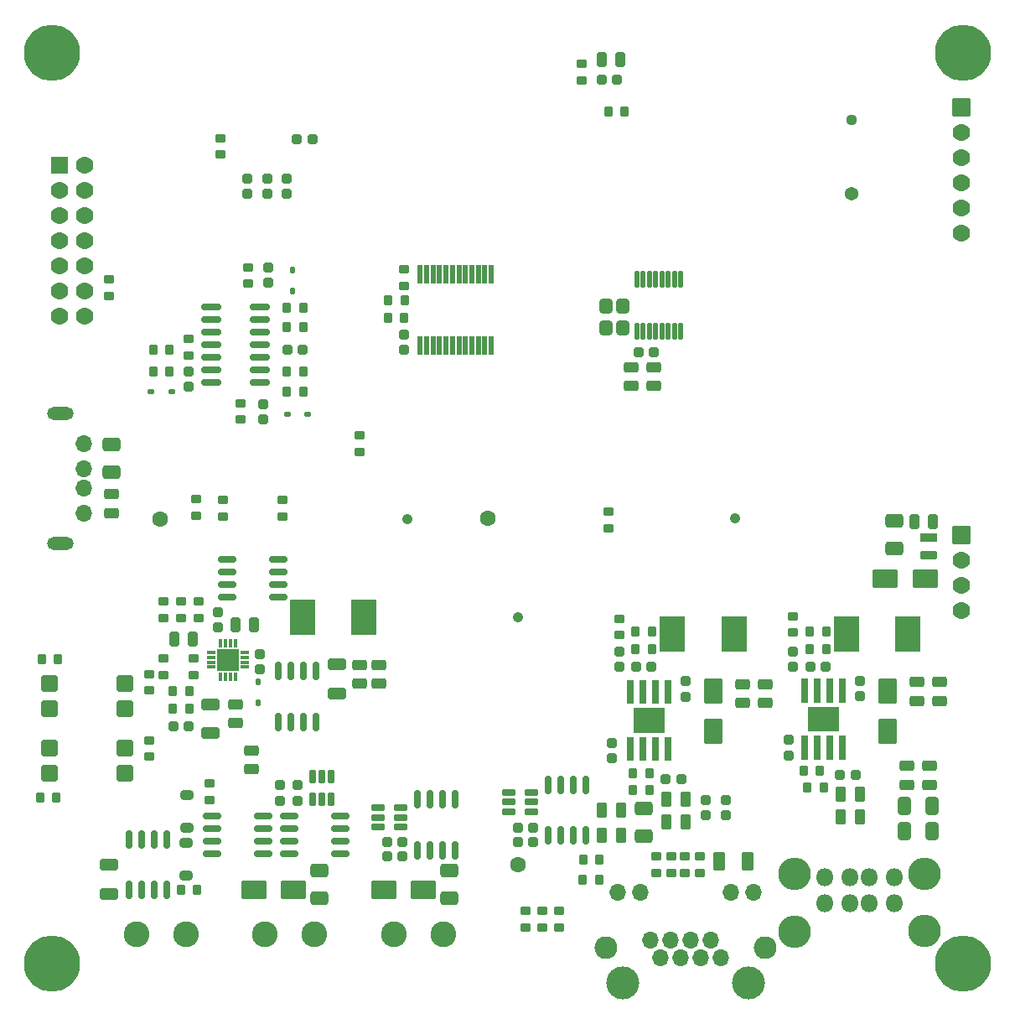
<source format=gbr>
%TF.GenerationSoftware,KiCad,Pcbnew,9.0.3*%
%TF.CreationDate,2025-10-22T18:56:13+03:00*%
%TF.ProjectId,ThingsGate-1,5468696e-6773-4476-9174-652d312e6b69,rev?*%
%TF.SameCoordinates,Original*%
%TF.FileFunction,Soldermask,Bot*%
%TF.FilePolarity,Negative*%
%FSLAX46Y46*%
G04 Gerber Fmt 4.6, Leading zero omitted, Abs format (unit mm)*
G04 Created by KiCad (PCBNEW 9.0.3) date 2025-10-22 18:56:13*
%MOMM*%
%LPD*%
G01*
G04 APERTURE LIST*
G04 Aperture macros list*
%AMRoundRect*
0 Rectangle with rounded corners*
0 $1 Rounding radius*
0 $2 $3 $4 $5 $6 $7 $8 $9 X,Y pos of 4 corners*
0 Add a 4 corners polygon primitive as box body*
4,1,4,$2,$3,$4,$5,$6,$7,$8,$9,$2,$3,0*
0 Add four circle primitives for the rounded corners*
1,1,$1+$1,$2,$3*
1,1,$1+$1,$4,$5*
1,1,$1+$1,$6,$7*
1,1,$1+$1,$8,$9*
0 Add four rect primitives between the rounded corners*
20,1,$1+$1,$2,$3,$4,$5,0*
20,1,$1+$1,$4,$5,$6,$7,0*
20,1,$1+$1,$6,$7,$8,$9,0*
20,1,$1+$1,$8,$9,$2,$3,0*%
G04 Aperture macros list end*
%ADD10C,0.010000*%
%ADD11RoundRect,0.038000X-1.250000X-1.750000X1.250000X-1.750000X1.250000X1.750000X-1.250000X1.750000X0*%
%ADD12RoundRect,0.038000X-0.850000X-0.850000X0.850000X-0.850000X0.850000X0.850000X-0.850000X0.850000X0*%
%ADD13C,1.776000*%
%ADD14RoundRect,0.266521X0.346479X0.671479X-0.346479X0.671479X-0.346479X-0.671479X0.346479X-0.671479X0*%
%ADD15RoundRect,0.262750X-0.475250X0.262750X-0.475250X-0.262750X0.475250X-0.262750X0.475250X0.262750X0*%
%ADD16C,3.676000*%
%ADD17C,5.676000*%
%ADD18O,1.801600X1.801600*%
%ADD19O,3.301600X3.301600*%
%ADD20RoundRect,0.261177X-0.626823X-0.626823X0.626823X-0.626823X0.626823X0.626823X-0.626823X0.626823X0*%
%ADD21C,2.604000*%
%ADD22O,1.701600X1.701600*%
%ADD23O,2.701600X1.301600*%
%ADD24C,1.600000*%
%ADD25C,1.050000*%
%ADD26C,1.126000*%
%ADD27C,1.376000*%
%ADD28C,3.326000*%
%ADD29O,1.700000X1.700000*%
%ADD30O,2.300000X2.300000*%
%ADD31RoundRect,0.244000X0.269000X-0.244000X0.269000X0.244000X-0.269000X0.244000X-0.269000X-0.244000X0*%
%ADD32RoundRect,0.244000X0.244000X0.269000X-0.244000X0.269000X-0.244000X-0.269000X0.244000X-0.269000X0*%
%ADD33RoundRect,0.081500X0.081500X-0.384000X0.081500X0.384000X-0.081500X0.384000X-0.081500X-0.384000X0*%
%ADD34RoundRect,0.081500X0.384000X-0.081500X0.384000X0.081500X-0.384000X0.081500X-0.384000X-0.081500X0*%
%ADD35RoundRect,0.038000X1.070000X-1.070000X1.070000X1.070000X-1.070000X1.070000X-1.070000X-1.070000X0*%
%ADD36RoundRect,0.261875X0.576125X0.576125X-0.576125X0.576125X-0.576125X-0.576125X0.576125X-0.576125X0*%
%ADD37RoundRect,0.219000X0.219000X0.294000X-0.219000X0.294000X-0.219000X-0.294000X0.219000X-0.294000X0*%
%ADD38RoundRect,0.244000X-0.244000X-0.269000X0.244000X-0.269000X0.244000X0.269000X-0.244000X0.269000X0*%
%ADD39RoundRect,0.269000X-0.494000X0.269000X-0.494000X-0.269000X0.494000X-0.269000X0.494000X0.269000X0*%
%ADD40RoundRect,0.262750X0.475250X-0.262750X0.475250X0.262750X-0.475250X0.262750X-0.475250X-0.262750X0*%
%ADD41RoundRect,0.265833X0.372167X-0.472167X0.372167X0.472167X-0.372167X0.472167X-0.372167X-0.472167X0*%
%ADD42RoundRect,0.244000X-0.269000X0.244000X-0.269000X-0.244000X0.269000X-0.244000X0.269000X0.244000X0*%
%ADD43RoundRect,0.269000X0.494000X-0.269000X0.494000X0.269000X-0.494000X0.269000X-0.494000X-0.269000X0*%
%ADD44RoundRect,0.219000X0.294000X-0.219000X0.294000X0.219000X-0.294000X0.219000X-0.294000X-0.219000X0*%
%ADD45RoundRect,0.038000X-0.225000X0.875000X-0.225000X-0.875000X0.225000X-0.875000X0.225000X0.875000X0*%
%ADD46RoundRect,0.219000X-0.294000X0.219000X-0.294000X-0.219000X0.294000X-0.219000X0.294000X0.219000X0*%
%ADD47RoundRect,0.169000X-0.531500X-0.169000X0.531500X-0.169000X0.531500X0.169000X-0.531500X0.169000X0*%
%ADD48RoundRect,0.266889X0.646111X-0.333611X0.646111X0.333611X-0.646111X0.333611X-0.646111X-0.333611X0*%
%ADD49RoundRect,0.269000X0.269000X0.494000X-0.269000X0.494000X-0.269000X-0.494000X0.269000X-0.494000X0*%
%ADD50RoundRect,0.219000X-0.219000X-0.294000X0.219000X-0.294000X0.219000X0.294000X-0.219000X0.294000X0*%
%ADD51RoundRect,0.260556X-0.677444X1.027444X-0.677444X-1.027444X0.677444X-1.027444X0.677444X1.027444X0*%
%ADD52RoundRect,0.262750X-0.262750X-0.475250X0.262750X-0.475250X0.262750X0.475250X-0.262750X0.475250X0*%
%ADD53RoundRect,0.269000X-0.269000X-0.494000X0.269000X-0.494000X0.269000X0.494000X-0.269000X0.494000X0*%
%ADD54RoundRect,0.169000X-0.744000X-0.169000X0.744000X-0.169000X0.744000X0.169000X-0.744000X0.169000X0*%
%ADD55RoundRect,0.265200X0.647800X-0.397800X0.647800X0.397800X-0.647800X0.397800X-0.647800X-0.397800X0*%
%ADD56RoundRect,0.262750X0.262750X0.475250X-0.262750X0.475250X-0.262750X-0.475250X0.262750X-0.475250X0*%
%ADD57RoundRect,0.266889X-0.646111X0.333611X-0.646111X-0.333611X0.646111X-0.333611X0.646111X0.333611X0*%
%ADD58RoundRect,0.212750X0.675250X-0.212750X0.675250X0.212750X-0.675250X0.212750X-0.675250X-0.212750X0*%
%ADD59RoundRect,0.225250X0.662750X-0.225250X0.662750X0.225250X-0.662750X0.225250X-0.662750X-0.225250X0*%
%ADD60RoundRect,0.131500X-0.206500X-0.131500X0.206500X-0.131500X0.206500X0.131500X-0.206500X0.131500X0*%
%ADD61RoundRect,0.244000X-0.394000X0.244000X-0.394000X-0.244000X0.394000X-0.244000X0.394000X0.244000X0*%
%ADD62RoundRect,0.169000X-0.169000X0.744000X-0.169000X-0.744000X0.169000X-0.744000X0.169000X0.744000X0*%
%ADD63RoundRect,0.265200X0.397800X0.647800X-0.397800X0.647800X-0.397800X-0.647800X0.397800X-0.647800X0*%
%ADD64RoundRect,0.131500X-0.131500X0.206500X-0.131500X-0.206500X0.131500X-0.206500X0.131500X0.206500X0*%
%ADD65RoundRect,0.260556X-1.027444X-0.677444X1.027444X-0.677444X1.027444X0.677444X-1.027444X0.677444X0*%
%ADD66RoundRect,0.119000X-0.119000X0.731500X-0.119000X-0.731500X0.119000X-0.731500X0.119000X0.731500X0*%
%ADD67RoundRect,0.169000X0.169000X-0.744000X0.169000X0.744000X-0.169000X0.744000X-0.169000X-0.744000X0*%
%ADD68RoundRect,0.131500X0.131500X-0.206500X0.131500X0.206500X-0.131500X0.206500X-0.131500X-0.206500X0*%
%ADD69RoundRect,0.169000X-0.169000X0.531500X-0.169000X-0.531500X0.169000X-0.531500X0.169000X0.531500X0*%
%ADD70RoundRect,0.131500X0.206500X0.131500X-0.206500X0.131500X-0.206500X-0.131500X0.206500X-0.131500X0*%
%ADD71RoundRect,0.265200X-0.647800X0.397800X-0.647800X-0.397800X0.647800X-0.397800X0.647800X0.397800X0*%
%ADD72RoundRect,0.169000X0.844000X0.169000X-0.844000X0.169000X-0.844000X-0.169000X0.844000X-0.169000X0*%
%ADD73RoundRect,0.244000X0.394000X-0.244000X0.394000X0.244000X-0.394000X0.244000X-0.394000X-0.244000X0*%
%ADD74RoundRect,0.260556X1.027444X0.677444X-1.027444X0.677444X-1.027444X-0.677444X1.027444X-0.677444X0*%
G04 APERTURE END LIST*
D10*
%TO.C,U9*%
X92270000Y-81545000D02*
X91630000Y-81545000D01*
X91630000Y-79205000D01*
X92270000Y-79205000D01*
X92270000Y-81545000D01*
G36*
X92270000Y-81545000D02*
G01*
X91630000Y-81545000D01*
X91630000Y-79205000D01*
X92270000Y-79205000D01*
X92270000Y-81545000D01*
G37*
X92270000Y-87295000D02*
X91630000Y-87295000D01*
X91630000Y-84955000D01*
X92270000Y-84955000D01*
X92270000Y-87295000D01*
G36*
X92270000Y-87295000D02*
G01*
X91630000Y-87295000D01*
X91630000Y-84955000D01*
X92270000Y-84955000D01*
X92270000Y-87295000D01*
G37*
X93540000Y-81545000D02*
X92900000Y-81545000D01*
X92900000Y-79205000D01*
X93540000Y-79205000D01*
X93540000Y-81545000D01*
G36*
X93540000Y-81545000D02*
G01*
X92900000Y-81545000D01*
X92900000Y-79205000D01*
X93540000Y-79205000D01*
X93540000Y-81545000D01*
G37*
X93540000Y-87295000D02*
X92900000Y-87295000D01*
X92900000Y-84955000D01*
X93540000Y-84955000D01*
X93540000Y-87295000D01*
G36*
X93540000Y-87295000D02*
G01*
X92900000Y-87295000D01*
X92900000Y-84955000D01*
X93540000Y-84955000D01*
X93540000Y-87295000D01*
G37*
X94810000Y-81545000D02*
X94170000Y-81545000D01*
X94170000Y-79205000D01*
X94810000Y-79205000D01*
X94810000Y-81545000D01*
G36*
X94810000Y-81545000D02*
G01*
X94170000Y-81545000D01*
X94170000Y-79205000D01*
X94810000Y-79205000D01*
X94810000Y-81545000D01*
G37*
X94810000Y-87295000D02*
X94170000Y-87295000D01*
X94170000Y-84955000D01*
X94810000Y-84955000D01*
X94810000Y-87295000D01*
G36*
X94810000Y-87295000D02*
G01*
X94170000Y-87295000D01*
X94170000Y-84955000D01*
X94810000Y-84955000D01*
X94810000Y-87295000D01*
G37*
X95405000Y-84450000D02*
X92305000Y-84450000D01*
X92305000Y-82050000D01*
X95405000Y-82050000D01*
X95405000Y-84450000D01*
G36*
X95405000Y-84450000D02*
G01*
X92305000Y-84450000D01*
X92305000Y-82050000D01*
X95405000Y-82050000D01*
X95405000Y-84450000D01*
G37*
X96080000Y-81545000D02*
X95440000Y-81545000D01*
X95440000Y-79205000D01*
X96080000Y-79205000D01*
X96080000Y-81545000D01*
G36*
X96080000Y-81545000D02*
G01*
X95440000Y-81545000D01*
X95440000Y-79205000D01*
X96080000Y-79205000D01*
X96080000Y-81545000D01*
G37*
X96080000Y-87295000D02*
X95440000Y-87295000D01*
X95440000Y-84955000D01*
X96080000Y-84955000D01*
X96080000Y-87295000D01*
G36*
X96080000Y-87295000D02*
G01*
X95440000Y-87295000D01*
X95440000Y-84955000D01*
X96080000Y-84955000D01*
X96080000Y-87295000D01*
G37*
%TO.C,U10*%
X74665000Y-81695000D02*
X74025000Y-81695000D01*
X74025000Y-79355000D01*
X74665000Y-79355000D01*
X74665000Y-81695000D01*
G36*
X74665000Y-81695000D02*
G01*
X74025000Y-81695000D01*
X74025000Y-79355000D01*
X74665000Y-79355000D01*
X74665000Y-81695000D01*
G37*
X74665000Y-87445000D02*
X74025000Y-87445000D01*
X74025000Y-85105000D01*
X74665000Y-85105000D01*
X74665000Y-87445000D01*
G36*
X74665000Y-87445000D02*
G01*
X74025000Y-87445000D01*
X74025000Y-85105000D01*
X74665000Y-85105000D01*
X74665000Y-87445000D01*
G37*
X75935000Y-81695000D02*
X75295000Y-81695000D01*
X75295000Y-79355000D01*
X75935000Y-79355000D01*
X75935000Y-81695000D01*
G36*
X75935000Y-81695000D02*
G01*
X75295000Y-81695000D01*
X75295000Y-79355000D01*
X75935000Y-79355000D01*
X75935000Y-81695000D01*
G37*
X75935000Y-87445000D02*
X75295000Y-87445000D01*
X75295000Y-85105000D01*
X75935000Y-85105000D01*
X75935000Y-87445000D01*
G36*
X75935000Y-87445000D02*
G01*
X75295000Y-87445000D01*
X75295000Y-85105000D01*
X75935000Y-85105000D01*
X75935000Y-87445000D01*
G37*
X77205000Y-81695000D02*
X76565000Y-81695000D01*
X76565000Y-79355000D01*
X77205000Y-79355000D01*
X77205000Y-81695000D01*
G36*
X77205000Y-81695000D02*
G01*
X76565000Y-81695000D01*
X76565000Y-79355000D01*
X77205000Y-79355000D01*
X77205000Y-81695000D01*
G37*
X77205000Y-87445000D02*
X76565000Y-87445000D01*
X76565000Y-85105000D01*
X77205000Y-85105000D01*
X77205000Y-87445000D01*
G36*
X77205000Y-87445000D02*
G01*
X76565000Y-87445000D01*
X76565000Y-85105000D01*
X77205000Y-85105000D01*
X77205000Y-87445000D01*
G37*
X77800000Y-84600000D02*
X74700000Y-84600000D01*
X74700000Y-82200000D01*
X77800000Y-82200000D01*
X77800000Y-84600000D01*
G36*
X77800000Y-84600000D02*
G01*
X74700000Y-84600000D01*
X74700000Y-82200000D01*
X77800000Y-82200000D01*
X77800000Y-84600000D01*
G37*
X78475000Y-81695000D02*
X77835000Y-81695000D01*
X77835000Y-79355000D01*
X78475000Y-79355000D01*
X78475000Y-81695000D01*
G36*
X78475000Y-81695000D02*
G01*
X77835000Y-81695000D01*
X77835000Y-79355000D01*
X78475000Y-79355000D01*
X78475000Y-81695000D01*
G37*
X78475000Y-87445000D02*
X77835000Y-87445000D01*
X77835000Y-85105000D01*
X78475000Y-85105000D01*
X78475000Y-87445000D01*
G36*
X78475000Y-87445000D02*
G01*
X77835000Y-87445000D01*
X77835000Y-85105000D01*
X78475000Y-85105000D01*
X78475000Y-87445000D01*
G37*
%TD*%
D11*
%TO.C,L1*%
X102455000Y-74750000D03*
X96255000Y-74750000D03*
%TD*%
D12*
%TO.C,U3*%
X107800000Y-21540000D03*
D13*
X107800000Y-24080000D03*
X107800000Y-26620000D03*
X107800000Y-29160000D03*
X107800000Y-31700000D03*
X107800000Y-34240000D03*
D12*
X107800000Y-64750000D03*
D13*
X107800000Y-67290000D03*
X107800000Y-69830000D03*
X107800000Y-72370000D03*
%TD*%
D14*
%TO.C,C7*%
X86275000Y-97700000D03*
X83325000Y-97700000D03*
%TD*%
D15*
%TO.C,C58*%
X36100000Y-86462500D03*
X36100000Y-88337500D03*
%TD*%
D16*
%TO.C,H3*%
X16000000Y-108000000D03*
D17*
X16000000Y-108000000D03*
%TD*%
D18*
%TO.C,J5*%
X94029850Y-99251000D03*
X96529150Y-99251000D03*
X98530750Y-99251000D03*
X101030050Y-99251000D03*
X94029850Y-101852000D03*
X96529150Y-101852000D03*
X98530750Y-101852000D03*
X101030050Y-101852000D03*
D19*
X90979250Y-98900500D03*
X90979250Y-104750100D03*
X104080650Y-98900500D03*
X104080650Y-104651100D03*
%TD*%
D20*
%TO.C,J1*%
X16747500Y-27380000D03*
D13*
X19287500Y-27380000D03*
X16747500Y-29920000D03*
X19287500Y-29920000D03*
X16747500Y-32460000D03*
X19287500Y-32460000D03*
X16747500Y-35000000D03*
X19287500Y-35000000D03*
X16747500Y-37540000D03*
X19287500Y-37540000D03*
X16747500Y-40080000D03*
X19287500Y-40080000D03*
X16747500Y-42620000D03*
X19287500Y-42620000D03*
%TD*%
D16*
%TO.C,H1*%
X16000000Y-16000000D03*
D17*
X16000000Y-16000000D03*
%TD*%
D21*
%TO.C,J4*%
X24500000Y-105000000D03*
X29500000Y-105000000D03*
%TD*%
D22*
%TO.C,J7*%
X19200000Y-55500100D03*
X19200000Y-58000000D03*
X19200000Y-60000000D03*
X19200000Y-62500100D03*
D23*
X16800000Y-52450100D03*
X16800000Y-65549900D03*
%TD*%
D21*
%TO.C,J6*%
X50500000Y-105000000D03*
X55500000Y-105000000D03*
%TD*%
D24*
%TO.C,U2*%
X63052959Y-98000000D03*
D25*
X63052959Y-73000000D03*
%TD*%
D26*
%TO.C,BT1*%
X96750000Y-22775000D03*
D27*
X96750000Y-30225000D03*
%TD*%
D21*
%TO.C,J3*%
X37500000Y-105000000D03*
X42500000Y-105000000D03*
%TD*%
D24*
%TO.C,U7*%
X26888849Y-63083467D03*
D25*
X51888849Y-63083467D03*
%TD*%
D16*
%TO.C,H4*%
X108000000Y-108000000D03*
D17*
X108000000Y-108000000D03*
%TD*%
D16*
%TO.C,H2*%
X108000000Y-16000000D03*
D17*
X108000000Y-16000000D03*
%TD*%
D24*
%TO.C,U8*%
X60000000Y-63052959D03*
D25*
X85000000Y-63052959D03*
%TD*%
D28*
%TO.C,U11*%
X73650000Y-109960000D03*
X86350000Y-109960000D03*
D29*
X83570000Y-107420000D03*
X82549900Y-105639900D03*
X81530100Y-107420000D03*
X80510100Y-105639900D03*
X79490000Y-107420000D03*
X78469900Y-105639900D03*
X77450100Y-107420000D03*
X76430100Y-105639900D03*
X73140000Y-100820000D03*
X75430100Y-100820000D03*
X84570000Y-100820000D03*
X86860100Y-100820000D03*
D30*
X71975100Y-106399900D03*
X88024900Y-106399900D03*
%TD*%
D31*
%TO.C,C2*%
X40750000Y-91525000D03*
X40750000Y-89975000D03*
%TD*%
D32*
%TO.C,C3*%
X51401560Y-97183397D03*
X49851560Y-97183397D03*
%TD*%
D33*
%TO.C,U5*%
X34500000Y-79000000D03*
X34000000Y-79000000D03*
X33500000Y-79000000D03*
X33000000Y-79000000D03*
D34*
X32052500Y-78052500D03*
X32052500Y-77552500D03*
X32052500Y-77052500D03*
X32052500Y-76552500D03*
D33*
X33000000Y-75605000D03*
X33500000Y-75605000D03*
X34000000Y-75605000D03*
X34500000Y-75605000D03*
D34*
X35447500Y-76552500D03*
X35447500Y-77052500D03*
X35447500Y-77552500D03*
X35447500Y-78052500D03*
D35*
X33750000Y-77302500D03*
%TD*%
D36*
%TO.C,U18*%
X23310000Y-79730000D03*
X23310000Y-82270000D03*
X15690000Y-82270000D03*
X15690000Y-79730000D03*
%TD*%
D37*
%TO.C,R23*%
X29825000Y-82250000D03*
X28175000Y-82250000D03*
%TD*%
D31*
%TO.C,C21*%
X90400000Y-86975000D03*
X90400000Y-85425000D03*
%TD*%
D38*
%TO.C,C54*%
X40725000Y-24750000D03*
X42275000Y-24750000D03*
%TD*%
D32*
%TO.C,C49*%
X76800000Y-46300000D03*
X75250000Y-46300000D03*
%TD*%
D39*
%TO.C,C15*%
X105605000Y-79550000D03*
X105605000Y-81450000D03*
%TD*%
D38*
%TO.C,C20*%
X95580000Y-88900000D03*
X97130000Y-88900000D03*
%TD*%
D40*
%TO.C,C31*%
X47000000Y-79750000D03*
X47000000Y-77875000D03*
%TD*%
D41*
%TO.C,Y1*%
X71900000Y-43850000D03*
X71900000Y-41650000D03*
X73600000Y-41650000D03*
X73600000Y-43850000D03*
%TD*%
D42*
%TO.C,C57*%
X35710000Y-28705000D03*
X35710000Y-30255000D03*
%TD*%
D43*
%TO.C,C48*%
X102349999Y-89924283D03*
X102349999Y-88024283D03*
%TD*%
D44*
%TO.C,R45*%
X21750000Y-40575000D03*
X21750000Y-38925000D03*
%TD*%
D45*
%TO.C,U6*%
X53175000Y-38400000D03*
X53825000Y-38400000D03*
X54475000Y-38400000D03*
X55125000Y-38400000D03*
X55775000Y-38400000D03*
X56425000Y-38400000D03*
X57075000Y-38400000D03*
X57725000Y-38400000D03*
X58375000Y-38400000D03*
X59025000Y-38400000D03*
X59675000Y-38400000D03*
X60325000Y-38400000D03*
X60325000Y-45600000D03*
X59675000Y-45600000D03*
X59025000Y-45600000D03*
X58375000Y-45600000D03*
X57725000Y-45600000D03*
X57075000Y-45600000D03*
X56425000Y-45600000D03*
X55775000Y-45600000D03*
X55125000Y-45600000D03*
X54475000Y-45600000D03*
X53825000Y-45600000D03*
X53175000Y-45600000D03*
%TD*%
D42*
%TO.C,C44*%
X84000000Y-91475000D03*
X84000000Y-93025000D03*
%TD*%
D44*
%TO.C,R56*%
X25750000Y-80400000D03*
X25750000Y-78750000D03*
%TD*%
D36*
%TO.C,U17*%
X23310000Y-86250000D03*
X23310000Y-88790000D03*
X15690000Y-88790000D03*
X15690000Y-86250000D03*
%TD*%
D42*
%TO.C,C55*%
X39710000Y-28705000D03*
X39710000Y-30255000D03*
%TD*%
D46*
%TO.C,R42*%
X67200000Y-102675000D03*
X67200000Y-104325000D03*
%TD*%
D47*
%TO.C,U12*%
X48922774Y-94170419D03*
X48922774Y-93220419D03*
X48922774Y-92270419D03*
X51197774Y-92270419D03*
X51197774Y-93220419D03*
X51197774Y-94170419D03*
%TD*%
D46*
%TO.C,R47*%
X51500000Y-37925000D03*
X51500000Y-39575000D03*
%TD*%
D38*
%TO.C,C38*%
X28225000Y-84000000D03*
X29775000Y-84000000D03*
%TD*%
D48*
%TO.C,R31*%
X21766660Y-100950709D03*
X21766660Y-98025709D03*
%TD*%
D49*
%TO.C,C11*%
X73450000Y-92490000D03*
X71550000Y-92490000D03*
%TD*%
D15*
%TO.C,C33*%
X34500000Y-81812500D03*
X34500000Y-83687500D03*
%TD*%
D46*
%TO.C,R41*%
X65500000Y-102675000D03*
X65500000Y-104325000D03*
%TD*%
D50*
%TO.C,R7*%
X69600000Y-99500000D03*
X71250000Y-99500000D03*
%TD*%
%TO.C,R57*%
X14925000Y-77250000D03*
X16575000Y-77250000D03*
%TD*%
D37*
%TO.C,R51*%
X73825000Y-22000000D03*
X72175000Y-22000000D03*
%TD*%
D51*
%TO.C,D2*%
X100355000Y-80500000D03*
X100355000Y-84500000D03*
%TD*%
D38*
%TO.C,C39*%
X39750000Y-46000000D03*
X41300000Y-46000000D03*
%TD*%
D52*
%TO.C,C53*%
X71500000Y-16750000D03*
X73375000Y-16750000D03*
%TD*%
D31*
%TO.C,C40*%
X37775000Y-39275000D03*
X37775000Y-37725000D03*
%TD*%
D53*
%TO.C,C23*%
X78050000Y-91390000D03*
X79950000Y-91390000D03*
%TD*%
D42*
%TO.C,C25*%
X80000000Y-79475000D03*
X80000000Y-81025000D03*
%TD*%
D54*
%TO.C,Q2*%
X39925000Y-96905000D03*
X39925000Y-95635000D03*
X39925000Y-94365000D03*
X39925000Y-93095000D03*
X45075000Y-93095000D03*
X45075000Y-94365000D03*
X45075000Y-95635000D03*
X45075000Y-96905000D03*
%TD*%
D53*
%TO.C,C18*%
X95655000Y-93150000D03*
X97555000Y-93150000D03*
%TD*%
D44*
%TO.C,R4*%
X78500000Y-98825000D03*
X78500000Y-97175000D03*
%TD*%
D55*
%TO.C,F7*%
X22000000Y-58400000D03*
X22000000Y-55600000D03*
%TD*%
D51*
%TO.C,D1*%
X82750000Y-80500000D03*
X82750000Y-84500000D03*
%TD*%
D54*
%TO.C,Q1*%
X32175000Y-96905000D03*
X32175000Y-95635000D03*
X32175000Y-94365000D03*
X32175000Y-93095000D03*
X37325000Y-93095000D03*
X37325000Y-94365000D03*
X37325000Y-95635000D03*
X37325000Y-96905000D03*
%TD*%
D38*
%TO.C,C52*%
X71475000Y-18750000D03*
X73025000Y-18750000D03*
%TD*%
D44*
%TO.C,R50*%
X69500000Y-18825000D03*
X69500000Y-17175000D03*
%TD*%
D50*
%TO.C,R8*%
X69625000Y-97500000D03*
X71275000Y-97500000D03*
%TD*%
D44*
%TO.C,R55*%
X25750000Y-87095000D03*
X25750000Y-85445000D03*
%TD*%
D38*
%TO.C,C24*%
X77975000Y-89400000D03*
X79525000Y-89400000D03*
%TD*%
D56*
%TO.C,C37*%
X30187500Y-75250000D03*
X28312500Y-75250000D03*
%TD*%
%TO.C,C35*%
X36375000Y-73750000D03*
X34500000Y-73750000D03*
%TD*%
D57*
%TO.C,R19*%
X32000000Y-81787500D03*
X32000000Y-84712500D03*
%TD*%
D50*
%TO.C,R36*%
X39700000Y-48250000D03*
X41350000Y-48250000D03*
%TD*%
D58*
%TO.C,L4*%
X104550000Y-66787500D03*
D59*
X104550000Y-64987500D03*
%TD*%
D37*
%TO.C,R38*%
X27850000Y-46000000D03*
X26200000Y-46000000D03*
%TD*%
D44*
%TO.C,R3*%
X79900000Y-98825000D03*
X79900000Y-97175000D03*
%TD*%
D46*
%TO.C,R26*%
X27250000Y-77175000D03*
X27250000Y-78825000D03*
%TD*%
D48*
%TO.C,R20*%
X44750000Y-80712500D03*
X44750000Y-77787500D03*
%TD*%
D37*
%TO.C,R34*%
X41350000Y-41750000D03*
X39700000Y-41750000D03*
%TD*%
D42*
%TO.C,C13*%
X97605000Y-79425000D03*
X97605000Y-80975000D03*
%TD*%
D39*
%TO.C,C14*%
X103345000Y-79550000D03*
X103345000Y-81450000D03*
%TD*%
D60*
%TO.C,D11*%
X25975000Y-50250000D03*
X28075000Y-50250000D03*
%TD*%
D40*
%TO.C,C50*%
X76750000Y-49687500D03*
X76750000Y-47812500D03*
%TD*%
D31*
%TO.C,C27*%
X73250000Y-78025000D03*
X73250000Y-76475000D03*
%TD*%
D44*
%TO.C,R29*%
X27250000Y-73075000D03*
X27250000Y-71425000D03*
%TD*%
D61*
%TO.C,D4*%
X29500000Y-95796744D03*
X29500000Y-99096744D03*
%TD*%
D32*
%TO.C,C5*%
X64581543Y-95750000D03*
X63031543Y-95750000D03*
%TD*%
%TO.C,C4*%
X51401560Y-95720419D03*
X49851560Y-95720419D03*
%TD*%
D50*
%TO.C,R58*%
X14750000Y-91250000D03*
X16400000Y-91250000D03*
%TD*%
D46*
%TO.C,R35*%
X35025000Y-51425000D03*
X35025000Y-53075000D03*
%TD*%
D62*
%TO.C,Q3*%
X23720106Y-95425000D03*
X24990106Y-95425000D03*
X26260106Y-95425000D03*
X27530106Y-95425000D03*
X27530106Y-100575000D03*
X26260106Y-100575000D03*
X24990106Y-100575000D03*
X23720106Y-100575000D03*
%TD*%
D50*
%TO.C,R11*%
X92530000Y-76250000D03*
X94180000Y-76250000D03*
%TD*%
D44*
%TO.C,R52*%
X33000000Y-26325000D03*
X33000000Y-24675000D03*
%TD*%
D63*
%TO.C,F6*%
X104900000Y-92100000D03*
X102100000Y-92100000D03*
%TD*%
D64*
%TO.C,D8*%
X36791015Y-79553788D03*
X36791015Y-81653788D03*
%TD*%
D46*
%TO.C,R17*%
X73250000Y-73175000D03*
X73250000Y-74825000D03*
%TD*%
D53*
%TO.C,C19*%
X95655000Y-90900000D03*
X97555000Y-90900000D03*
%TD*%
D43*
%TO.C,C47*%
X104609999Y-89924283D03*
X104609999Y-88024283D03*
%TD*%
D46*
%TO.C,R9*%
X90855000Y-72925000D03*
X90855000Y-74575000D03*
%TD*%
D37*
%TO.C,R1*%
X30622456Y-100543549D03*
X28972456Y-100543549D03*
%TD*%
D50*
%TO.C,R18*%
X74925000Y-74500000D03*
X76575000Y-74500000D03*
%TD*%
D52*
%TO.C,C8*%
X103112500Y-63400000D03*
X104987500Y-63400000D03*
%TD*%
D37*
%TO.C,R37*%
X41350000Y-50250000D03*
X39700000Y-50250000D03*
%TD*%
D65*
%TO.C,D3*%
X36365238Y-100530437D03*
X40365238Y-100530437D03*
%TD*%
D50*
%TO.C,R44*%
X49925000Y-41000000D03*
X51575000Y-41000000D03*
%TD*%
D44*
%TO.C,R2*%
X31850000Y-91475000D03*
X31850000Y-89825000D03*
%TD*%
D53*
%TO.C,C22*%
X78050000Y-93650000D03*
X79950000Y-93650000D03*
%TD*%
D66*
%TO.C,U1*%
X75027500Y-38862500D03*
X75662500Y-38862500D03*
X76297500Y-38862500D03*
X76932500Y-38862500D03*
X77567500Y-38862500D03*
X78202500Y-38862500D03*
X78837500Y-38862500D03*
X79472500Y-38862500D03*
X79472500Y-44137500D03*
X78837500Y-44137500D03*
X78202500Y-44137500D03*
X77567500Y-44137500D03*
X76932500Y-44137500D03*
X76297500Y-44137500D03*
X75662500Y-44137500D03*
X75027500Y-44137500D03*
%TD*%
D37*
%TO.C,R15*%
X76325000Y-88750000D03*
X74675000Y-88750000D03*
%TD*%
D47*
%TO.C,U13*%
X62090000Y-92625000D03*
X62090000Y-91675000D03*
X62090000Y-90725000D03*
X64365000Y-90725000D03*
X64365000Y-91675000D03*
X64365000Y-92625000D03*
%TD*%
D31*
%TO.C,C32*%
X37000000Y-78275000D03*
X37000000Y-76725000D03*
%TD*%
D67*
%TO.C,Q5*%
X69905000Y-95075000D03*
X68635000Y-95075000D03*
X67365000Y-95075000D03*
X66095000Y-95075000D03*
X66095000Y-89925000D03*
X67365000Y-89925000D03*
X68635000Y-89925000D03*
X69905000Y-89925000D03*
%TD*%
D31*
%TO.C,C1*%
X39000000Y-91525000D03*
X39000000Y-89975000D03*
%TD*%
D49*
%TO.C,C12*%
X73450000Y-95000000D03*
X71550000Y-95000000D03*
%TD*%
D39*
%TO.C,C30*%
X88000000Y-79800000D03*
X88000000Y-81700000D03*
%TD*%
D42*
%TO.C,C41*%
X37275000Y-51475000D03*
X37275000Y-53025000D03*
%TD*%
D54*
%TO.C,Q7*%
X33675000Y-71005000D03*
X33675000Y-69735000D03*
X33675000Y-68465000D03*
X33675000Y-67195000D03*
X38825000Y-67195000D03*
X38825000Y-68465000D03*
X38825000Y-69735000D03*
X38825000Y-71005000D03*
%TD*%
D55*
%TO.C,F1*%
X56137127Y-101364330D03*
X56137127Y-98564330D03*
%TD*%
D68*
%TO.C,D9*%
X40275000Y-40050000D03*
X40275000Y-37950000D03*
%TD*%
D37*
%TO.C,R14*%
X76325000Y-90500000D03*
X74675000Y-90500000D03*
%TD*%
D46*
%TO.C,R28*%
X29000000Y-71425000D03*
X29000000Y-73075000D03*
%TD*%
D44*
%TO.C,R5*%
X81400000Y-98825000D03*
X81400000Y-97175000D03*
%TD*%
%TO.C,R25*%
X30250000Y-78825000D03*
X30250000Y-77175000D03*
%TD*%
D37*
%TO.C,R13*%
X93525000Y-88500000D03*
X91875000Y-88500000D03*
%TD*%
D69*
%TO.C,U4*%
X42300000Y-89112500D03*
X43250000Y-89112500D03*
X44200000Y-89112500D03*
X44200000Y-91387500D03*
X43250000Y-91387500D03*
X42300000Y-91387500D03*
%TD*%
D39*
%TO.C,C46*%
X22000000Y-60600000D03*
X22000000Y-62500000D03*
%TD*%
D50*
%TO.C,R24*%
X28176983Y-80500000D03*
X29826983Y-80500000D03*
%TD*%
D62*
%TO.C,Q6*%
X38845000Y-78425000D03*
X40115000Y-78425000D03*
X41385000Y-78425000D03*
X42655000Y-78425000D03*
X42655000Y-83575000D03*
X41385000Y-83575000D03*
X40115000Y-83575000D03*
X38845000Y-83575000D03*
%TD*%
D50*
%TO.C,R16*%
X74925000Y-76250000D03*
X76575000Y-76250000D03*
%TD*%
D42*
%TO.C,C36*%
X32750000Y-72475000D03*
X32750000Y-74025000D03*
%TD*%
D44*
%TO.C,R48*%
X39250000Y-62825000D03*
X39250000Y-61175000D03*
%TD*%
D46*
%TO.C,R39*%
X29775000Y-44925000D03*
X29775000Y-46575000D03*
%TD*%
D65*
%TO.C,D5*%
X49500000Y-100500000D03*
X53500000Y-100500000D03*
%TD*%
D55*
%TO.C,F2*%
X43000000Y-101400000D03*
X43000000Y-98600000D03*
%TD*%
D46*
%TO.C,R54*%
X33250000Y-61175000D03*
X33250000Y-62825000D03*
%TD*%
D70*
%TO.C,D10*%
X41825000Y-52500000D03*
X39725000Y-52500000D03*
%TD*%
D44*
%TO.C,R53*%
X30500000Y-62750000D03*
X30500000Y-61100000D03*
%TD*%
D40*
%TO.C,C34*%
X49000000Y-79687500D03*
X49000000Y-77812500D03*
%TD*%
D71*
%TO.C,F4*%
X101050000Y-63300000D03*
X101050000Y-66100000D03*
%TD*%
D50*
%TO.C,R10*%
X92530000Y-74500000D03*
X94180000Y-74500000D03*
%TD*%
D38*
%TO.C,C17*%
X92580000Y-78000000D03*
X94130000Y-78000000D03*
%TD*%
D42*
%TO.C,C56*%
X37710000Y-28705000D03*
X37710000Y-30255000D03*
%TD*%
D37*
%TO.C,R33*%
X41350000Y-43750000D03*
X39700000Y-43750000D03*
%TD*%
D38*
%TO.C,C28*%
X74975000Y-78000000D03*
X76525000Y-78000000D03*
%TD*%
D15*
%TO.C,C51*%
X74500000Y-47812500D03*
X74500000Y-49687500D03*
%TD*%
D42*
%TO.C,C43*%
X82000000Y-91475000D03*
X82000000Y-93025000D03*
%TD*%
D31*
%TO.C,C16*%
X90855000Y-78025000D03*
X90855000Y-76475000D03*
%TD*%
D55*
%TO.C,F3*%
X75750000Y-95150000D03*
X75750000Y-92350000D03*
%TD*%
D72*
%TO.C,U14*%
X37000000Y-41670000D03*
X37000000Y-42940000D03*
X37000000Y-44210000D03*
X37000000Y-45480000D03*
X37000000Y-46750000D03*
X37000000Y-48020000D03*
X37000000Y-49290000D03*
X32050000Y-49290000D03*
X32050000Y-48020000D03*
X32050000Y-46750000D03*
X32050000Y-45480000D03*
X32050000Y-44210000D03*
X32050000Y-42940000D03*
X32050000Y-41670000D03*
%TD*%
D63*
%TO.C,F5*%
X104907024Y-94610853D03*
X102107024Y-94610853D03*
%TD*%
D50*
%TO.C,R43*%
X49920534Y-42804577D03*
X51570534Y-42804577D03*
%TD*%
D44*
%TO.C,R6*%
X77000000Y-98825000D03*
X77000000Y-97175000D03*
%TD*%
D67*
%TO.C,Q4*%
X56715274Y-96545419D03*
X55445274Y-96545419D03*
X54175274Y-96545419D03*
X52905274Y-96545419D03*
X52905274Y-91395419D03*
X54175274Y-91395419D03*
X55445274Y-91395419D03*
X56715274Y-91395419D03*
%TD*%
D44*
%TO.C,R32*%
X35775000Y-39325000D03*
X35775000Y-37675000D03*
%TD*%
D46*
%TO.C,R30*%
X63800000Y-102675000D03*
X63800000Y-104325000D03*
%TD*%
D32*
%TO.C,C6*%
X64581543Y-94250000D03*
X63031543Y-94250000D03*
%TD*%
D31*
%TO.C,C45*%
X51500000Y-46025000D03*
X51500000Y-44475000D03*
%TD*%
%TO.C,C42*%
X29775000Y-49775000D03*
X29775000Y-48225000D03*
%TD*%
D73*
%TO.C,D6*%
X29600000Y-94250000D03*
X29600000Y-90950000D03*
%TD*%
D44*
%TO.C,R27*%
X30750000Y-73075000D03*
X30750000Y-71425000D03*
%TD*%
D39*
%TO.C,C29*%
X85750000Y-79800000D03*
X85750000Y-81700000D03*
%TD*%
D31*
%TO.C,C26*%
X72500000Y-87275000D03*
X72500000Y-85725000D03*
%TD*%
D11*
%TO.C,L3*%
X41250000Y-73000000D03*
X47450000Y-73000000D03*
%TD*%
D50*
%TO.C,R40*%
X26200000Y-48250000D03*
X27850000Y-48250000D03*
%TD*%
D46*
%TO.C,R49*%
X47000000Y-54675000D03*
X47000000Y-56325000D03*
%TD*%
D37*
%TO.C,R12*%
X93930000Y-90250000D03*
X92280000Y-90250000D03*
%TD*%
D44*
%TO.C,R46*%
X72200000Y-64025000D03*
X72200000Y-62375000D03*
%TD*%
D74*
%TO.C,D7*%
X104150000Y-69100000D03*
X100150000Y-69100000D03*
%TD*%
D11*
%TO.C,L2*%
X78650000Y-74750000D03*
X84850000Y-74750000D03*
%TD*%
M02*

</source>
